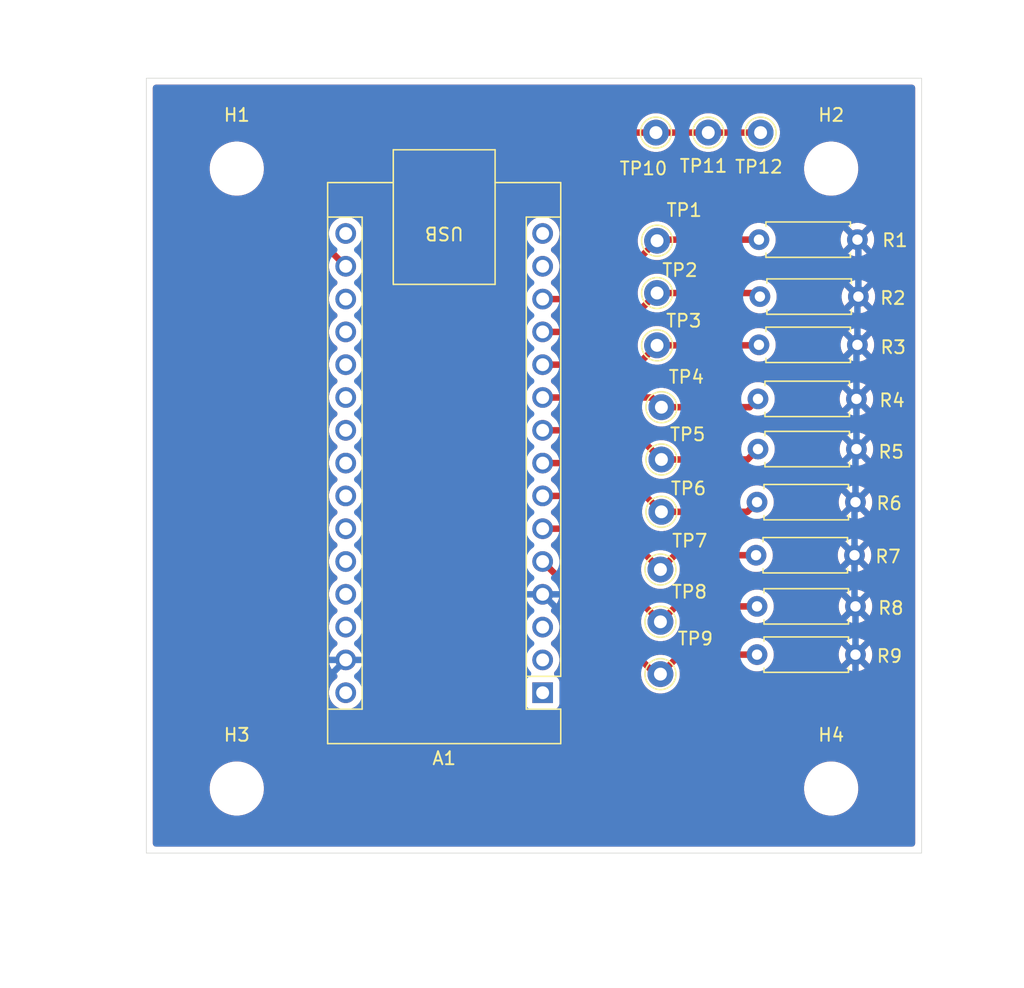
<source format=kicad_pcb>
(kicad_pcb (version 20241229) (generator "pcbnew") (generator_version "9.0")
  (title_block (date "2026-02-25") (rev "1") (comment 1 "Jaakko Lilja"))
  (layers (0 "F.Cu" signal) (2 "B.Cu" signal) (13 "F.Paste" user) (15 "B.Paste" user) (5 "F.SilkS" user "F.Silkscreen") (7 "B.SilkS" user "B.Silkscreen") (1 "F.Mask" user) (3 "B.Mask" user) (25 "Edge.Cuts" user))
  (net 0 "")
  (net 1 "Net-(A1-D2)")
  (net 4 "Net-(A1-D5)")
  (net 5 "Net-(A1-D3)")
  (net 7 "Net-(A1-D4)")
  (net 12 "Net-(A1-D9)")
  (net 13 "Net-(A1-D7)")
  (net 17 "/3V3")
  (net 18 "Net-(A1-D8)")
  (net 19 "/GND")
  (net 22 "Net-(A1-D6)")
  (net 28 "Net-(A1-D10)")
  (footprint "Resistor_THT:R_Axial_DIN0207_L6.3mm_D2.5mm_P7.62mm_Horizontal" (layer "F.Cu") (at 127.336 83.716)
    (property "Reference" "R5" (at 10.306 0.222 0) (layer "F.SilkS"))
    (property "Value" "10k")
    (fp_line (start 0.54 -1.37) (end 7.08 -1.37) (stroke (width 0.12)) (layer "F.SilkS"))
    (fp_line (start 0.54 -1.04) (end 0.54 -1.37) (stroke (width 0.12)) (layer "F.SilkS"))
    (fp_line (start 0.54 1.04) (end 0.54 1.37) (stroke (width 0.12)) (layer "F.SilkS"))
    (fp_line (start 0.54 1.37) (end 7.08 1.37) (stroke (width 0.12)) (layer "F.SilkS"))
    (fp_line (start 7.08 -1.37) (end 7.08 -1.04) (stroke (width 0.12)) (layer "F.SilkS"))
    (fp_line (start 7.08 1.37) (end 7.08 1.04) (stroke (width 0.12)) (layer "F.SilkS"))
    (pad "1" thru_hole circle (at 0 0) (size 1.6 1.6) (drill 0.8) (layers "*.Cu" "*.Mask") (net 22 "Net-(A1-D6)"))
    (pad "2" thru_hole circle (at 7.62 0) (size 1.6 1.6) (drill 0.8) (layers "*.Cu" "*.Mask") (net 19 "/GND"))
  )
  (footprint "TestPoint:TestPoint_THTPad_D2.0mm_Drill1.0mm" (layer "F.Cu") (at 119.787 101.143)
    (property "Reference" "TP9" (at 2.703 -2.748 0) (layer "F.SilkS"))
    (property "Value" "TestPoint")
    (fp_circle (center 0 0) (end 0 1.2) (stroke (width 0.12)) (fill no) (layer "F.SilkS"))
    (pad "1" thru_hole circle (at 0 0) (size 2 2) (drill 1) (layers "*.Cu" "*.Mask") (net 1 "Net-(A1-D2)"))
  )
  (footprint "TestPoint:TestPoint_THTPad_D2.0mm_Drill1.0mm" (layer "F.Cu") (at 123.488 59.212 90)
    (property "Reference" "TP11" (at -2.583 -0.367 180) (layer "F.SilkS"))
    (property "Value" "TestPoint")
    (fp_circle (center 0 0) (end 0 1.2) (stroke (width 0.12)) (fill no) (layer "F.SilkS"))
    (pad "1" thru_hole circle (at 0 0 90) (size 2 2) (drill 1) (layers "*.Cu" "*.Mask") (net 17 "/3V3"))
  )
  (footprint "Resistor_THT:R_Axial_DIN0207_L6.3mm_D2.5mm_P7.62mm_Horizontal" (layer "F.Cu") (at 127.41 67.501)
    (property "Reference" "R1" (at 10.52 0.052 0) (layer "F.SilkS"))
    (property "Value" "10k")
    (fp_line (start 0.54 -1.37) (end 7.08 -1.37) (stroke (width 0.12)) (layer "F.SilkS"))
    (fp_line (start 0.54 -1.04) (end 0.54 -1.37) (stroke (width 0.12)) (layer "F.SilkS"))
    (fp_line (start 0.54 1.04) (end 0.54 1.37) (stroke (width 0.12)) (layer "F.SilkS"))
    (fp_line (start 0.54 1.37) (end 7.08 1.37) (stroke (width 0.12)) (layer "F.SilkS"))
    (fp_line (start 7.08 -1.37) (end 7.08 -1.04) (stroke (width 0.12)) (layer "F.SilkS"))
    (fp_line (start 7.08 1.37) (end 7.08 1.04) (stroke (width 0.12)) (layer "F.SilkS"))
    (pad "1" thru_hole circle (at 0 0) (size 1.6 1.6) (drill 0.8) (layers "*.Cu" "*.Mask") (net 28 "Net-(A1-D10)"))
    (pad "2" thru_hole circle (at 7.62 0) (size 1.6 1.6) (drill 0.8) (layers "*.Cu" "*.Mask") (net 19 "/GND"))
  )
  (footprint "Resistor_THT:R_Axial_DIN0207_L6.3mm_D2.5mm_P7.62mm_Horizontal" (layer "F.Cu") (at 127.261 99.633)
    (property "Reference" "R9" (at 10.249 0.114 0) (layer "F.SilkS"))
    (property "Value" "R")
    (fp_line (start 0.54 -1.37) (end 7.08 -1.37) (stroke (width 0.12)) (layer "F.SilkS"))
    (fp_line (start 0.54 -1.04) (end 0.54 -1.37) (stroke (width 0.12)) (layer "F.SilkS"))
    (fp_line (start 0.54 1.04) (end 0.54 1.37) (stroke (width 0.12)) (layer "F.SilkS"))
    (fp_line (start 0.54 1.37) (end 7.08 1.37) (stroke (width 0.12)) (layer "F.SilkS"))
    (fp_line (start 7.08 -1.37) (end 7.08 -1.04) (stroke (width 0.12)) (layer "F.SilkS"))
    (fp_line (start 7.08 1.37) (end 7.08 1.04) (stroke (width 0.12)) (layer "F.SilkS"))
    (pad "1" thru_hole circle (at 0 0) (size 1.6 1.6) (drill 0.8) (layers "*.Cu" "*.Mask") (net 1 "Net-(A1-D2)"))
    (pad "2" thru_hole circle (at 7.62 0) (size 1.6 1.6) (drill 0.8) (layers "*.Cu" "*.Mask") (net 19 "/GND"))
  )
  (footprint "MountingHole:MountingHole_3.2mm_M3" (layer "F.Cu") (at 133 110)
    (property "Reference" "H4" (at 0 -4.15 0) (layer "F.SilkS"))
    (property "Value" "MountingHole")
    (pad "" np_thru_hole circle (at 0 0) (size 3.2 3.2) (drill 3.2) (layers "*.Cu" "*.Mask"))
  )
  (footprint "TestPoint:TestPoint_THTPad_D2.0mm_Drill1.0mm" (layer "F.Cu") (at 127.538 59.212 90)
    (property "Reference" "TP12" (at -2.65 -0.132 180) (layer "F.SilkS"))
    (property "Value" "TestPoint")
    (fp_circle (center 0 0) (end 0 1.2) (stroke (width 0.12)) (fill no) (layer "F.SilkS"))
    (pad "1" thru_hole circle (at 0 0 90) (size 2 2) (drill 1) (layers "*.Cu" "*.Mask") (net 17 "/3V3"))
  )
  (footprint "Resistor_THT:R_Axial_DIN0207_L6.3mm_D2.5mm_P7.62mm_Horizontal" (layer "F.Cu") (at 127.261 95.897)
    (property "Reference" "R8" (at 10.359 0.13 0) (layer "F.SilkS"))
    (property "Value" "R")
    (fp_line (start 0.54 -1.37) (end 7.08 -1.37) (stroke (width 0.12)) (layer "F.SilkS"))
    (fp_line (start 0.54 -1.04) (end 0.54 -1.37) (stroke (width 0.12)) (layer "F.SilkS"))
    (fp_line (start 0.54 1.04) (end 0.54 1.37) (stroke (width 0.12)) (layer "F.SilkS"))
    (fp_line (start 0.54 1.37) (end 7.08 1.37) (stroke (width 0.12)) (layer "F.SilkS"))
    (fp_line (start 7.08 -1.37) (end 7.08 -1.04) (stroke (width 0.12)) (layer "F.SilkS"))
    (fp_line (start 7.08 1.37) (end 7.08 1.04) (stroke (width 0.12)) (layer "F.SilkS"))
    (pad "1" thru_hole circle (at 0 0) (size 1.6 1.6) (drill 0.8) (layers "*.Cu" "*.Mask") (net 5 "Net-(A1-D3)"))
    (pad "2" thru_hole circle (at 7.62 0) (size 1.6 1.6) (drill 0.8) (layers "*.Cu" "*.Mask") (net 19 "/GND"))
  )
  (footprint "Resistor_THT:R_Axial_DIN0207_L6.3mm_D2.5mm_P7.62mm_Horizontal" (layer "F.Cu") (at 127.485 71.91)
    (property "Reference" "R2" (at 10.29 0.116 0) (layer "F.SilkS"))
    (property "Value" "10k")
    (fp_line (start 0.54 -1.37) (end 7.08 -1.37) (stroke (width 0.12)) (layer "F.SilkS"))
    (fp_line (start 0.54 -1.04) (end 0.54 -1.37) (stroke (width 0.12)) (layer "F.SilkS"))
    (fp_line (start 0.54 1.04) (end 0.54 1.37) (stroke (width 0.12)) (layer "F.SilkS"))
    (fp_line (start 0.54 1.37) (end 7.08 1.37) (stroke (width 0.12)) (layer "F.SilkS"))
    (fp_line (start 7.08 -1.37) (end 7.08 -1.04) (stroke (width 0.12)) (layer "F.SilkS"))
    (fp_line (start 7.08 1.37) (end 7.08 1.04) (stroke (width 0.12)) (layer "F.SilkS"))
    (pad "1" thru_hole circle (at 0 0) (size 1.6 1.6) (drill 0.8) (layers "*.Cu" "*.Mask") (net 12 "Net-(A1-D9)"))
    (pad "2" thru_hole circle (at 7.62 0) (size 1.6 1.6) (drill 0.8) (layers "*.Cu" "*.Mask") (net 19 "/GND"))
  )
  (footprint "TestPoint:TestPoint_THTPad_D2.0mm_Drill1.0mm" (layer "F.Cu") (at 119.526 75.684)
    (property "Reference" "TP3" (at 2.068 -1.899 0) (layer "F.SilkS"))
    (property "Value" "TestPoint")
    (fp_circle (center 0 0) (end 0 1.2) (stroke (width 0.12)) (fill no) (layer "F.SilkS"))
    (pad "1" thru_hole circle (at 0 0) (size 2 2) (drill 1) (layers "*.Cu" "*.Mask") (net 18 "Net-(A1-D8)"))
  )
  (footprint "Resistor_THT:R_Axial_DIN0207_L6.3mm_D2.5mm_P7.62mm_Horizontal" (layer "F.Cu") (at 127.336 79.831)
    (property "Reference" "R4" (at 10.373 0.122 0) (layer "F.SilkS"))
    (property "Value" "10k")
    (fp_line (start 0.54 -1.37) (end 7.08 -1.37) (stroke (width 0.12)) (layer "F.SilkS"))
    (fp_line (start 0.54 -1.04) (end 0.54 -1.37) (stroke (width 0.12)) (layer "F.SilkS"))
    (fp_line (start 0.54 1.04) (end 0.54 1.37) (stroke (width 0.12)) (layer "F.SilkS"))
    (fp_line (start 0.54 1.37) (end 7.08 1.37) (stroke (width 0.12)) (layer "F.SilkS"))
    (fp_line (start 7.08 -1.37) (end 7.08 -1.04) (stroke (width 0.12)) (layer "F.SilkS"))
    (fp_line (start 7.08 1.37) (end 7.08 1.04) (stroke (width 0.12)) (layer "F.SilkS"))
    (pad "1" thru_hole circle (at 0 0) (size 1.6 1.6) (drill 0.8) (layers "*.Cu" "*.Mask") (net 13 "Net-(A1-D7)"))
    (pad "2" thru_hole circle (at 7.62 0) (size 1.6 1.6) (drill 0.8) (layers "*.Cu" "*.Mask") (net 19 "/GND"))
  )
  (footprint "TestPoint:TestPoint_THTPad_D2.0mm_Drill1.0mm" (layer "F.Cu") (at 119.862 84.524)
    (property "Reference" "TP5" (at 2.031 -1.938 0) (layer "F.SilkS"))
    (property "Value" "TestPoint")
    (fp_circle (center 0 0) (end 0 1.2) (stroke (width 0.12)) (fill no) (layer "F.SilkS"))
    (pad "1" thru_hole circle (at 0 0) (size 2 2) (drill 1) (layers "*.Cu" "*.Mask") (net 22 "Net-(A1-D6)"))
  )
  (footprint "MountingHole:MountingHole_3.2mm_M3" (layer "F.Cu") (at 87 110)
    (property "Reference" "H3" (at 0 -4.15 0) (layer "F.SilkS"))
    (property "Value" "MountingHole")
    (pad "" np_thru_hole circle (at 0 0) (size 3.2 3.2) (drill 3.2) (layers "*.Cu" "*.Mask"))
  )
  (footprint "TestPoint:TestPoint_THTPad_D2.0mm_Drill1.0mm" (layer "F.Cu") (at 119.438 59.212 90)
    (property "Reference" "TP10" (at -2.783 -0.966 180) (layer "F.SilkS"))
    (property "Value" "TestPoint")
    (fp_circle (center 0 0) (end 0 1.2) (stroke (width 0.12)) (fill no) (layer "F.SilkS"))
    (pad "1" thru_hole circle (at 0 0 90) (size 2 2) (drill 1) (layers "*.Cu" "*.Mask") (net 17 "/3V3"))
  )
  (footprint "TestPoint:TestPoint_THTPad_D2.0mm_Drill1.0mm" (layer "F.Cu") (at 119.526 67.584)
    (property "Reference" "TP1" (at 2.101 -2.368 0) (layer "F.SilkS"))
    (property "Value" "TestPoint")
    (fp_circle (center 0 0) (end 0 1.2) (stroke (width 0.12)) (fill no) (layer "F.SilkS"))
    (pad "1" thru_hole circle (at 0 0) (size 2 2) (drill 1) (layers "*.Cu" "*.Mask") (net 28 "Net-(A1-D10)"))
  )
  (footprint "Resistor_THT:R_Axial_DIN0207_L6.3mm_D2.5mm_P7.62mm_Horizontal" (layer "F.Cu") (at 127.186 91.936)
    (property "Reference" "R7" (at 10.213 0.106 0) (layer "F.SilkS"))
    (property "Value" "R")
    (fp_line (start 0.54 -1.37) (end 7.08 -1.37) (stroke (width 0.12)) (layer "F.SilkS"))
    (fp_line (start 0.54 -1.04) (end 0.54 -1.37) (stroke (width 0.12)) (layer "F.SilkS"))
    (fp_line (start 0.54 1.04) (end 0.54 1.37) (stroke (width 0.12)) (layer "F.SilkS"))
    (fp_line (start 0.54 1.37) (end 7.08 1.37) (stroke (width 0.12)) (layer "F.SilkS"))
    (fp_line (start 7.08 -1.37) (end 7.08 -1.04) (stroke (width 0.12)) (layer "F.SilkS"))
    (fp_line (start 7.08 1.37) (end 7.08 1.04) (stroke (width 0.12)) (layer "F.SilkS"))
    (pad "1" thru_hole circle (at 0 0) (size 1.6 1.6) (drill 0.8) (layers "*.Cu" "*.Mask") (net 7 "Net-(A1-D4)"))
    (pad "2" thru_hole circle (at 7.62 0) (size 1.6 1.6) (drill 0.8) (layers "*.Cu" "*.Mask") (net 19 "/GND"))
  )
  (footprint "MountingHole:MountingHole_3.2mm_M3" (layer "F.Cu") (at 87 62)
    (property "Reference" "H1" (at 0 -4.15 0) (layer "F.SilkS"))
    (property "Value" "MountingHole")
    (pad "" np_thru_hole circle (at 0 0) (size 3.2 3.2) (drill 3.2) (layers "*.Cu" "*.Mask"))
  )
  (footprint "MountingHole:MountingHole_3.2mm_M3" (layer "F.Cu") (at 133 62)
    (property "Reference" "H2" (at 0 -4.15 0) (layer "F.SilkS"))
    (property "Value" "MountingHole")
    (pad "" np_thru_hole circle (at 0 0) (size 3.2 3.2) (drill 3.2) (layers "*.Cu" "*.Mask"))
  )
  (footprint "TestPoint:TestPoint_THTPad_D2.0mm_Drill1.0mm" (layer "F.Cu") (at 119.862 80.474)
    (property "Reference" "TP4" (at 1.931 -2.338 0) (layer "F.SilkS"))
    (property "Value" "TestPoint")
    (fp_circle (center 0 0) (end 0 1.2) (stroke (width 0.12)) (fill no) (layer "F.SilkS"))
    (pad "1" thru_hole circle (at 0 0) (size 2 2) (drill 1) (layers "*.Cu" "*.Mask") (net 13 "Net-(A1-D7)"))
  )
  (footprint "Module:Arduino_Nano" (layer "F.Cu") (at 110.671 102.583 180)
    (property "Reference" "A1" (at 7.62 -5.08 0) (layer "F.SilkS"))
    (property "Value" "Arduino_Nano_Every")
    (fp_line (start 16.64 39.5) (end 16.64 -3.94) (stroke (width 0.12)) (layer "F.SilkS"))
    (fp_line (start 16.64 39.5) (end 11.56 39.5) (stroke (width 0.12)) (layer "F.SilkS"))
    (fp_line (start 16.64 -3.94) (end -1.4 -3.94) (stroke (width 0.12)) (layer "F.SilkS"))
    (fp_line (start 13.97 36.83) (end 16.64 36.83) (stroke (width 0.12)) (layer "F.SilkS"))
    (fp_line (start 13.97 -1.27) (end 16.64 -1.27) (stroke (width 0.12)) (layer "F.SilkS"))
    (fp_line (start 13.97 -1.27) (end 13.97 36.83) (stroke (width 0.12)) (layer "F.SilkS"))
    (fp_line (start 11.56 42.04) (end 3.68 42.04) (stroke (width 0.12)) (layer "F.SilkS"))
    (fp_line (start 11.56 31.62) (end 11.56 42.04) (stroke (width 0.12)) (layer "F.SilkS"))
    (fp_line (start 3.68 42.04) (end 3.68 31.62) (stroke (width 0.12)) (layer "F.SilkS"))
    (fp_line (start 3.68 31.62) (end 11.56 31.62) (stroke (width 0.12)) (layer "F.SilkS"))
    (fp_line (start 1.27 36.83) (end -1.4 36.83) (stroke (width 0.12)) (layer "F.SilkS"))
    (fp_line (start 1.27 1.27) (end 1.27 36.83) (stroke (width 0.12)) (layer "F.SilkS"))
    (fp_line (start 1.27 1.27) (end 1.27 -1.27) (stroke (width 0.12)) (layer "F.SilkS"))
    (fp_line (start 1.27 1.27) (end -1.4 1.27) (stroke (width 0.12)) (layer "F.SilkS"))
    (fp_line (start 1.27 -1.27) (end -1.4 -1.27) (stroke (width 0.12)) (layer "F.SilkS"))
    (fp_line (start -1.4 39.5) (end 3.68 39.5) (stroke (width 0.12)) (layer "F.SilkS"))
    (fp_line (start -1.4 1.27) (end -1.4 39.5) (stroke (width 0.12)) (layer "F.SilkS"))
    (fp_line (start -1.4 -3.94) (end -1.4 -1.27) (stroke (width 0.12)) (layer "F.SilkS"))
    (fp_text user "USB" (at 7.62 35.56 180) (layer "F.SilkS"))
    (pad "1" thru_hole rect (at 0 0 180) (size 1.6 1.6) (drill 1) (layers "*.Cu" "*.Mask"))
    (pad "2" thru_hole oval (at 0 2.54 180) (size 1.6 1.6) (drill 1) (layers "*.Cu" "*.Mask"))
    (pad "3" thru_hole oval (at 0 5.08 180) (size 1.6 1.6) (drill 1) (layers "*.Cu" "*.Mask"))
    (pad "4" thru_hole oval (at 0 7.62 180) (size 1.6 1.6) (drill 1) (layers "*.Cu" "*.Mask") (net 19 "/GND"))
    (pad "5" thru_hole oval (at 0 10.16 180) (size 1.6 1.6) (drill 1) (layers "*.Cu" "*.Mask") (net 1 "Net-(A1-D2)"))
    (pad "6" thru_hole oval (at 0 12.7 180) (size 1.6 1.6) (drill 1) (layers "*.Cu" "*.Mask") (net 5 "Net-(A1-D3)"))
    (pad "7" thru_hole oval (at 0 15.24 180) (size 1.6 1.6) (drill 1) (layers "*.Cu" "*.Mask") (net 7 "Net-(A1-D4)"))
    (pad "8" thru_hole oval (at 0 17.78 180) (size 1.6 1.6) (drill 1) (layers "*.Cu" "*.Mask") (net 4 "Net-(A1-D5)"))
    (pad "9" thru_hole oval (at 0 20.32 180) (size 1.6 1.6) (drill 1) (layers "*.Cu" "*.Mask") (net 22 "Net-(A1-D6)"))
    (pad "10" thru_hole oval (at 0 22.86 180) (size 1.6 1.6) (drill 1) (layers "*.Cu" "*.Mask") (net 13 "Net-(A1-D7)"))
    (pad "11" thru_hole oval (at 0 25.4 180) (size 1.6 1.6) (drill 1) (layers "*.Cu" "*.Mask") (net 18 "Net-(A1-D8)"))
    (pad "12" thru_hole oval (at 0 27.94 180) (size 1.6 1.6) (drill 1) (layers "*.Cu" "*.Mask") (net 12 "Net-(A1-D9)"))
    (pad "13" thru_hole oval (at 0 30.48 180) (size 1.6 1.6) (drill 1) (layers "*.Cu" "*.Mask") (net 28 "Net-(A1-D10)"))
    (pad "14" thru_hole oval (at 0 33.02 180) (size 1.6 1.6) (drill 1) (layers "*.Cu" "*.Mask"))
    (pad "15" thru_hole oval (at 0 35.56 180) (size 1.6 1.6) (drill 1) (layers "*.Cu" "*.Mask"))
    (pad "16" thru_hole oval (at 15.24 35.56 180) (size 1.6 1.6) (drill 1) (layers "*.Cu" "*.Mask"))
    (pad "17" thru_hole oval (at 15.24 33.02 180) (size 1.6 1.6) (drill 1) (layers "*.Cu" "*.Mask") (net 17 "/3V3"))
    (pad "18" thru_hole oval (at 15.24 30.48 180) (size 1.6 1.6) (drill 1) (layers "*.Cu" "*.Mask"))
    (pad "19" thru_hole oval (at 15.24 27.94 180) (size 1.6 1.6) (drill 1) (layers "*.Cu" "*.Mask"))
    (pad "20" thru_hole oval (at 15.24 25.4 180) (size 1.6 1.6) (drill 1) (layers "*.Cu" "*.Mask"))
    (pad "21" thru_hole oval (at 15.24 22.86 180) (size 1.6 1.6) (drill 1) (layers "*.Cu" "*.Mask"))
    (pad "22" thru_hole oval (at 15.24 20.32 180) (size 1.6 1.6) (drill 1) (layers "*.Cu" "*.Mask"))
    (pad "23" thru_hole oval (at 15.24 17.78 180) (size 1.6 1.6) (drill 1) (layers "*.Cu" "*.Mask"))
    (pad "24" thru_hole oval (at 15.24 15.24 180) (size 1.6 1.6) (drill 1) (layers "*.Cu" "*.Mask"))
    (pad "25" thru_hole oval (at 15.24 12.7 180) (size 1.6 1.6) (drill 1) (layers "*.Cu" "*.Mask"))
    (pad "26" thru_hole oval (at 15.24 10.16 180) (size 1.6 1.6) (drill 1) (layers "*.Cu" "*.Mask"))
    (pad "27" thru_hole oval (at 15.24 7.62 180) (size 1.6 1.6) (drill 1) (layers "*.Cu" "*.Mask"))
    (pad "28" thru_hole oval (at 15.24 5.08 180) (size 1.6 1.6) (drill 1) (layers "*.Cu" "*.Mask"))
    (pad "29" thru_hole oval (at 15.24 2.54 180) (size 1.6 1.6) (drill 1) (layers "*.Cu" "*.Mask") (net 19 "/GND"))
    (pad "30" thru_hole oval (at 15.24 0 180) (size 1.6 1.6) (drill 1) (layers "*.Cu" "*.Mask"))
  )
  (footprint "Resistor_THT:R_Axial_DIN0207_L6.3mm_D2.5mm_P7.62mm_Horizontal" (layer "F.Cu") (at 127.41 75.646)
    (property "Reference" "R3" (at 10.387 0.188 0) (layer "F.SilkS"))
    (property "Value" "10k")
    (fp_line (start 0.54 -1.37) (end 7.08 -1.37) (stroke (width 0.12)) (layer "F.SilkS"))
    (fp_line (start 0.54 -1.04) (end 0.54 -1.37) (stroke (width 0.12)) (layer "F.SilkS"))
    (fp_line (start 0.54 1.04) (end 0.54 1.37) (stroke (width 0.12)) (layer "F.SilkS"))
    (fp_line (start 0.54 1.37) (end 7.08 1.37) (stroke (width 0.12)) (layer "F.SilkS"))
    (fp_line (start 7.08 -1.37) (end 7.08 -1.04) (stroke (width 0.12)) (layer "F.SilkS"))
    (fp_line (start 7.08 1.37) (end 7.08 1.04) (stroke (width 0.12)) (layer "F.SilkS"))
    (pad "1" thru_hole circle (at 0 0) (size 1.6 1.6) (drill 0.8) (layers "*.Cu" "*.Mask") (net 18 "Net-(A1-D8)"))
    (pad "2" thru_hole circle (at 7.62 0) (size 1.6 1.6) (drill 0.8) (layers "*.Cu" "*.Mask") (net 19 "/GND"))
  )
  (footprint "TestPoint:TestPoint_THTPad_D2.0mm_Drill1.0mm" (layer "F.Cu") (at 119.787 93.043)
    (property "Reference" "TP7" (at 2.272 -2.22 0) (layer "F.SilkS"))
    (property "Value" "TestPoint")
    (fp_circle (center 0 0) (end 0 1.2) (stroke (width 0.12)) (fill no) (layer "F.SilkS"))
    (pad "1" thru_hole circle (at 0 0) (size 2 2) (drill 1) (layers "*.Cu" "*.Mask") (net 7 "Net-(A1-D4)"))
  )
  (footprint "TestPoint:TestPoint_THTPad_D2.0mm_Drill1.0mm" (layer "F.Cu") (at 119.787 97.093)
    (property "Reference" "TP8" (at 2.238 -2.318 0) (layer "F.SilkS"))
    (property "Value" "TestPoint")
    (fp_circle (center 0 0) (end 0 1.2) (stroke (width 0.12)) (fill no) (layer "F.SilkS"))
    (pad "1" thru_hole circle (at 0 0) (size 2 2) (drill 1) (layers "*.Cu" "*.Mask") (net 5 "Net-(A1-D3)"))
  )
  (footprint "TestPoint:TestPoint_THTPad_D2.0mm_Drill1.0mm" (layer "F.Cu") (at 119.862 88.574)
    (property "Reference" "TP6" (at 2.097 -1.803 0) (layer "F.SilkS"))
    (property "Value" "TestPoint")
    (fp_circle (center 0 0) (end 0 1.2) (stroke (width 0.12)) (fill no) (layer "F.SilkS"))
    (pad "1" thru_hole circle (at 0 0) (size 2 2) (drill 1) (layers "*.Cu" "*.Mask") (net 4 "Net-(A1-D5)"))
  )
  (footprint "TestPoint:TestPoint_THTPad_D2.0mm_Drill1.0mm" (layer "F.Cu") (at 119.526 71.634)
    (property "Reference" "TP2" (at 1.769 -1.768 0) (layer "F.SilkS"))
    (property "Value" "TestPoint")
    (fp_circle (center 0 0) (end 0 1.2) (stroke (width 0.12)) (fill no) (layer "F.SilkS"))
    (pad "1" thru_hole circle (at 0 0) (size 2 2) (drill 1) (layers "*.Cu" "*.Mask") (net 12 "Net-(A1-D9)"))
  )
  (footprint "Resistor_THT:R_Axial_DIN0207_L6.3mm_D2.5mm_P7.62mm_Horizontal" (layer "F.Cu") (at 127.261 87.826)
    (property "Reference" "R6" (at 10.227 0.097 0) (layer "F.SilkS"))
    (property "Value" "R")
    (fp_line (start 0.54 -1.37) (end 7.08 -1.37) (stroke (width 0.12)) (layer "F.SilkS"))
    (fp_line (start 0.54 -1.04) (end 0.54 -1.37) (stroke (width 0.12)) (layer "F.SilkS"))
    (fp_line (start 0.54 1.04) (end 0.54 1.37) (stroke (width 0.12)) (layer "F.SilkS"))
    (fp_line (start 0.54 1.37) (end 7.08 1.37) (stroke (width 0.12)) (layer "F.SilkS"))
    (fp_line (start 7.08 -1.37) (end 7.08 -1.04) (stroke (width 0.12)) (layer "F.SilkS"))
    (fp_line (start 7.08 1.37) (end 7.08 1.04) (stroke (width 0.12)) (layer "F.SilkS"))
    (pad "1" thru_hole circle (at 0 0) (size 1.6 1.6) (drill 0.8) (layers "*.Cu" "*.Mask") (net 4 "Net-(A1-D5)"))
    (pad "2" thru_hole circle (at 7.62 0) (size 1.6 1.6) (drill 0.8) (layers "*.Cu" "*.Mask") (net 19 "/GND"))
  )
  (gr_rect (start 80 55) (end 140 115) (stroke (width 0.05)) (fill no) (layer "Edge.Cuts"))
  (segment (start 121.297 99.633) (end 127.261 99.633) (width 0.5) (layer "F.Cu") (net 1))
  (segment (start 110.671 92.423) (end 119.391 101.143) (width 0.5) (layer "F.Cu") (net 1))
  (segment (start 119.391 101.143) (end 119.787 101.143) (width 0.5) (layer "F.Cu") (net 1))
  (segment (start 119.787 101.143) (end 121.297 99.633) (width 0.5) (layer "F.Cu") (net 1))
  (segment (start 116.091 84.803) (end 119.862 88.574) (width 0.5) (layer "F.Cu") (net 4))
  (segment (start 119.862 88.574) (end 126.513 88.574) (width 0.5) (layer "F.Cu") (net 4))
  (segment (start 110.671 84.803) (end 116.091 84.803) (width 0.5) (layer "F.Cu") (net 4))
  (segment (start 126.513 88.574) (end 127.261 87.826) (width 0.5) (layer "F.Cu") (net 4))
  (segment (start 127.261 95.897) (end 120.983 95.897) (width 0.5) (layer "F.Cu") (net 5))
  (segment (start 112.577 89.883) (end 119.787 97.093) (width 0.5) (layer "F.Cu") (net 5))
  (segment (start 110.671 89.883) (end 112.577 89.883) (width 0.5) (layer "F.Cu") (net 5))
  (segment (start 120.983 95.897) (end 119.787 97.093) (width 0.5) (layer "F.Cu") (net 5))
  (segment (start 114.087 87.343) (end 119.787 93.043) (width 0.5) (layer "F.Cu") (net 7))
  (segment (start 119.787 93.043) (end 120.894 91.936) (width 0.5) (layer "F.Cu") (net 7))
  (segment (start 120.894 91.936) (end 127.186 91.936) (width 0.5) (layer "F.Cu") (net 7))
  (segment (start 110.671 87.343) (end 114.087 87.343) (width 0.5) (layer "F.Cu") (net 7))
  (segment (start 110.671 74.643) (end 116.517 74.643) (width 0.5) (layer "F.Cu") (net 12))
  (segment (start 119.526 71.634) (end 127.209 71.634) (width 0.5) (layer "F.Cu") (net 12))
  (segment (start 116.517 74.643) (end 119.526 71.634) (width 0.5) (layer "F.Cu") (net 12))
  (segment (start 127.209 71.634) (end 127.485 71.91) (width 0.5) (layer "F.Cu") (net 12))
  (segment (start 119.862 80.474) (end 126.693 80.474) (width 0.5) (layer "F.Cu") (net 13))
  (segment (start 119.111 79.723) (end 119.862 80.474) (width 0.5) (layer "F.Cu") (net 13))
  (segment (start 126.693 80.474) (end 127.336 79.831) (width 0.5) (layer "F.Cu") (net 13))
  (segment (start 110.671 79.723) (end 119.111 79.723) (width 0.5) (layer "F.Cu") (net 13))
  (segment (start 93.196 58.656) (end 113.149 58.656) (width 0.5) (layer "F.Cu") (net 17))
  (segment (start 91.968 59.884) (end 93.196 58.656) (width 0.5) (layer "F.Cu") (net 17))
  (segment (start 113.705 59.212) (end 113.149 58.656) (width 0.5) (layer "F.Cu") (net 17))
  (segment (start 119.438 59.212) (end 123.488 59.212) (width 0.5) (layer "F.Cu") (net 17))
  (segment (start 119.438 59.212) (end 113.705 59.212) (width 0.5) (layer "F.Cu") (net 17))
  (segment (start 91.968 66.1) (end 91.968 59.884) (width 0.5) (layer "F.Cu") (net 17))
  (segment (start 123.488 59.212) (end 127.538 59.212) (width 0.5) (layer "F.Cu") (net 17))
  (segment (start 95.431 69.563) (end 91.968 66.1) (width 0.5) (layer "F.Cu") (net 17))
  (segment (start 118.027 77.183) (end 119.526 75.684) (width 0.5) (layer "F.Cu") (net 18))
  (segment (start 127.372 75.684) (end 127.41 75.646) (width 0.5) (layer "F.Cu") (net 18))
  (segment (start 110.671 77.183) (end 118.027 77.183) (width 0.5) (layer "F.Cu") (net 18))
  (segment (start 119.526 75.684) (end 127.372 75.684) (width 0.5) (layer "F.Cu") (net 18))
  (segment (start 134.806 95.822) (end 134.881 95.897) (width 0.5) (layer "B.Cu") (net 19))
  (segment (start 134.881 102.444) (end 128.42 108.905) (width 0.5) (layer "B.Cu") (net 19))
  (segment (start 135.03 71.985) (end 135.105 71.91) (width 0.5) (layer "B.Cu") (net 19))
  (segment (start 91.545 103.898) (end 91.545 106.215) (width 0.5) (layer "B.Cu") (net 19))
  (segment (start 91.545 106.215) (end 94.235 108.905) (width 0.5) (layer "B.Cu") (net 19))
  (segment (start 134.956 79.831) (end 134.956 75.72) (width 0.5) (layer "B.Cu") (net 19))
  (segment (start 94.235 108.905) (end 115.133 108.905) (width 0.5) (layer "B.Cu") (net 19))
  (segment (start 134.871 99.643) (end 134.881 99.633) (width 0.5) (layer "B.Cu") (net 19))
  (segment (start 134.956 83.716) (end 134.956 79.831) (width 0.5) (layer "B.Cu") (net 19))
  (segment (start 135.03 75.646) (end 135.03 71.985) (width 0.5) (layer "B.Cu") (net 19))
  (segment (start 134.881 87.826) (end 134.881 83.791) (width 0.5) (layer "B.Cu") (net 19))
  (segment (start 134.881 99.633) (end 134.881 102.444) (width 0.5) (layer "B.Cu") (net 19))
  (segment (start 134.881 83.791) (end 134.956 83.716) (width 0.5) (layer "B.Cu") (net 19))
  (segment (start 115.282 99.574) (end 115.282 108.756) (width 0.5) (layer "B.Cu") (net 19))
  (segment (start 115.282 108.756) (end 115.133 108.905) (width 0.5) (layer "B.Cu") (net 19))
  (segment (start 134.806 91.936) (end 134.806 87.901) (width 0.5) (layer "B.Cu") (net 19))
  (segment (start 134.812 99.702) (end 134.881 99.633) (width 0.5) (layer "B.Cu") (net 19))
  (segment (start 95.431 100.043) (end 91.576 103.898) (width 0.5) (layer "B.Cu") (net 19))
  (segment (start 135.105 71.91) (end 135.105 67.576) (width 0.5) (layer "B.Cu") (net 19))
  (segment (start 128.42 108.905) (end 115.133 108.905) (width 0.5) (layer "B.Cu") (net 19))
  (segment (start 134.806 87.901) (end 134.881 87.826) (width 0.5) (layer "B.Cu") (net 19))
  (segment (start 134.956 75.72) (end 135.03 75.646) (width 0.5) (layer "B.Cu") (net 19))
  (segment (start 91.576 103.898) (end 91.545 103.898) (width 0.5) (layer "B.Cu") (net 19))
  (segment (start 134.806 91.936) (end 134.806 95.822) (width 0.5) (layer "B.Cu") (net 19))
  (segment (start 134.881 99.633) (end 134.881 95.897) (width 0.5) (layer "B.Cu") (net 19))
  (segment (start 135.105 67.576) (end 135.03 67.501) (width 0.5) (layer "B.Cu") (net 19))
  (segment (start 110.671 94.963) (end 115.282 99.574) (width 0.5) (layer "B.Cu") (net 19))
  (segment (start 110.671 82.263) (end 117.601 82.263) (width 0.5) (layer "F.Cu") (net 22))
  (segment (start 117.601 82.263) (end 119.862 84.524) (width 0.5) (layer "F.Cu") (net 22))
  (segment (start 126.528 84.524) (end 127.336 83.716) (width 0.5) (layer "F.Cu") (net 22))
  (segment (start 119.862 84.524) (end 126.528 84.524) (width 0.5) (layer "F.Cu") (net 22))
  (segment (start 119.526 67.584) (end 119.626 67.584) (width 0.5) (layer "F.Cu") (net 28))
  (segment (start 119.709 67.501) (end 127.41 67.501) (width 0.5) (layer "F.Cu") (net 28))
  (segment (start 119.626 67.584) (end 119.709 67.501) (width 0.5) (layer "F.Cu") (net 28))
  (segment (start 115.007 72.103) (end 119.526 67.584) (width 0.5) (layer "F.Cu") (net 28))
  (segment (start 110.671 72.103) (end 115.007 72.103) (width 0.5) (layer "F.Cu") (net 28))
  (zone (net 19) (net_name "/GND") (layer "F.Cu") (priority 1) (connect_pads (clearance 0.5)) (min_thickness 0.5) (fill yes (thermal_gap 0.5) (thermal_bridge_width 0.5))
    (polygon (pts (xy 68.675 48.945) (xy 144.336 50.515) (xy 147.923 125.167) (xy 69.348 124.382)))
  )
  (zone (net 0) (net_name "") (layer "F.Cu") (connect_pads (clearance 0)) (min_thickness 0.25)
    (keepout (tracks not_allowed) (vias not_allowed) (pads not_allowed) (copperpour not_allowed) (footprints allowed))
    (fill (thermal_gap 0.5) (thermal_bridge_width 0.5))
    (polygon (pts (xy 96.724 60.43) (xy 109.129 60.48) (xy 109.278 106.512) (xy 96.874 106.612)))
  )
  (zone (net 19) (net_name "/GND") (layer "B.Cu") (connect_pads (clearance 0.5)) (min_thickness 0.5) (fill yes (thermal_gap 0.5) (thermal_bridge_width 0.5))
    (polygon (pts (xy 73.604 52.47) (xy 142.316 52.47) (xy 143.63 120.866) (xy 72.035 119.051)))
  )
)
</source>
